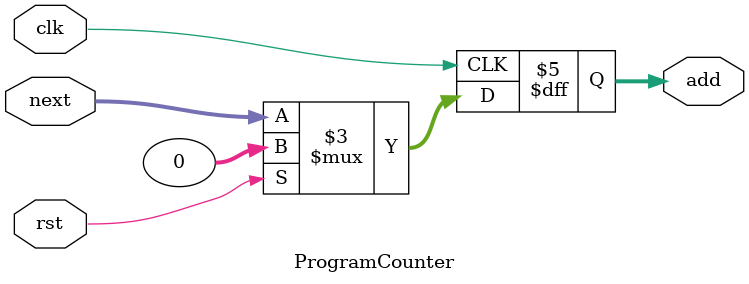
<source format=v>


`timescale 1ns / 1ps

// This module acts as the program counter in the KGP-RISC processor.
// Its implementation is similar to that of a D Flip Flop.
// "next" is the 32-bit address of the next instruction in the instruction memory
// "add" is the 32-bit address of the current instruction in the instruction memory

module ProgramCounter ( clk , rst , next , add ) ;
	input wire clk, rst ;
	input wire [31:0] next ;
	output reg [31:0] add ;
	
	always @ ( negedge clk ) begin	// negative-edge triggered
		if ( rst )	add <= 32'b0 ;	// synchronous reset through "rst" signal
		else			add <= next ;
	end
endmodule

</source>
